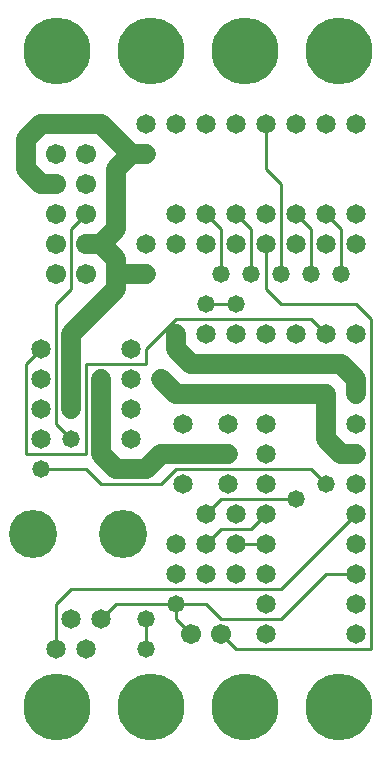
<source format=gbl>
%MOIN*%
%FSLAX25Y25*%
G04 D10 used for Character Trace; *
G04     Circle (OD=.01000) (No hole)*
G04 D11 used for Power Trace; *
G04     Circle (OD=.06500) (No hole)*
G04 D12 used for Signal Trace; *
G04     Circle (OD=.01100) (No hole)*
G04 D13 used for Via; *
G04     Circle (OD=.05800) (Round. Hole ID=.02800)*
G04 D14 used for Component hole; *
G04     Circle (OD=.06500) (Round. Hole ID=.03500)*
G04 D15 used for Component hole; *
G04     Circle (OD=.06700) (Round. Hole ID=.04300)*
G04 D16 used for Component hole; *
G04     Circle (OD=.08100) (Round. Hole ID=.05100)*
G04 D17 used for Component hole; *
G04     Circle (OD=.08900) (Round. Hole ID=.05900)*
G04 D18 used for Component hole; *
G04     Circle (OD=.11300) (Round. Hole ID=.08300)*
G04 D19 used for Component hole; *
G04     Circle (OD=.16000) (Round. Hole ID=.13000)*
G04 D20 used for Component hole; *
G04     Circle (OD=.18300) (Round. Hole ID=.15300)*
G04 D21 used for Component hole; *
G04     Circle (OD=.22291) (Round. Hole ID=.19291)*
%ADD10C,.01000*%
%ADD11C,.06500*%
%ADD12C,.01100*%
%ADD13C,.05800*%
%ADD14C,.06500*%
%ADD15C,.06700*%
%ADD16C,.08100*%
%ADD17C,.08900*%
%ADD18C,.11300*%
%ADD19C,.16000*%
%ADD20C,.18300*%
%ADD21C,.22291*%
%IPPOS*%
%LPD*%
G90*X0Y0D02*D21*X15625Y15625D03*D14*              
X25000Y35000D03*X15000D03*D12*Y50000D01*          
X20000Y55000D01*X90000D01*X115000Y80000D01*D14*   
D03*D13*X105000Y90000D03*D12*X100000Y95000D01*    
X55000D01*X50000Y90000D01*X30000D01*              
X25000Y95000D01*X10000D01*D13*D03*D12*            
X5000Y100000D02*X25000D01*Y130000D01*X45000D01*   
Y135000D01*X55000Y145000D01*X100000D01*           
X105000Y140000D01*D14*D03*D12*X120000Y145000D02*  
X115000Y150000D01*X120000Y35000D02*Y145000D01*    
X75000Y35000D02*X120000D01*X75000D02*             
X70000Y40000D01*D15*D03*D12*Y45000D02*X90000D01*  
X105000Y60000D01*X115000D01*D14*D03*Y70000D03*    
Y50000D03*Y40000D03*D13*X95000Y85000D03*D12*      
X70000D01*X65000Y80000D01*D14*D03*D12*Y70000D02*  
X70000Y75000D01*D14*X65000Y70000D03*D12*          
X70000Y75000D02*X80000D01*X85000Y80000D01*D14*D03*
X72500Y90000D03*X75000Y70000D03*D12*X85000D01*D14*
D03*X75000Y80000D03*Y60000D03*X85000D03*D12*      
X70000Y45000D02*X65000Y50000D01*X55000D01*D13*D03*
D12*Y45000D01*X60000Y40000D01*D15*D03*D12*        
X35000Y50000D02*X55000D01*X30000Y45000D02*        
X35000Y50000D01*D14*X30000Y45000D03*X20000D03*D13*
X45000Y35000D03*D12*Y45000D01*D13*D03*D14*        
X55000Y60000D03*X65000D03*X55000Y70000D03*D21*    
X46875Y15625D03*D19*X37500Y73500D03*D21*          
X78125Y15625D03*D19*X7500Y73500D03*D14*           
X85000Y40000D03*Y50000D03*Y90000D03*X57500D03*D11*
X35000Y95000D02*X45000D01*X35000D02*              
X30000Y100000D01*Y125000D01*D13*D03*D14*          
X40000Y115000D03*Y135000D03*D13*X20000Y115000D03* 
D11*Y140000D01*X35000Y155000D01*Y160000D01*       
X45000D01*D14*D03*X55000Y170000D03*D11*           
X35000Y160000D02*Y165000D01*X30000Y170000D01*     
X25000D01*D15*D03*D12*X20000Y155000D02*Y175000D01*
X15000Y150000D02*X20000Y155000D01*                
X15000Y110000D02*Y150000D01*X20000Y105000D02*     
X15000Y110000D01*D13*X20000Y105000D03*D14*        
X10000Y115000D03*Y105000D03*D12*X5000Y100000D02*  
Y130000D01*X10000Y135000D01*D14*D03*Y125000D03*   
D15*X25000Y160000D03*X15000D03*D14*               
X40000Y105000D03*Y125000D03*X45000Y170000D03*D11* 
X30000D02*X35000Y175000D01*Y195000D01*            
X40000Y200000D01*X45000D01*D14*D03*D11*X40000D02* 
X30000Y210000D01*X10000D01*X5000Y205000D01*       
Y195000D01*X10000Y190000D01*X15000D01*D15*D03*    
X25000Y180000D03*D12*X20000Y175000D01*D15*        
X15000Y180000D03*Y170000D03*X25000Y190000D03*     
Y200000D03*X15000D03*D14*X55000Y140000D03*D11*    
Y135000D01*X60000Y130000D01*X75000D01*D14*D03*D11*
X110000D01*X115000Y125000D01*Y120000D01*D14*D03*  
X105000D03*D11*Y105000D01*X110000Y100000D01*      
X115000D01*D14*D03*Y110000D03*Y90000D03*D11*      
X75000Y120000D02*X105000D01*D14*X75000D03*D11*    
X55000D01*X50000Y125000D01*D13*D03*D14*           
X65000Y140000D03*X57500Y110000D03*                
X72500Y100000D03*D11*X57500D01*D14*D03*D11*       
X50000D01*X45000Y95000D01*D14*X72500Y110000D03*   
X85000Y100000D03*Y110000D03*Y140000D03*X75000D03* 
X95000D03*D12*X90000Y150000D02*X115000D01*D14*    
Y140000D03*D13*X110000Y160000D03*D12*Y175000D01*  
X105000Y180000D01*D14*D03*D12*X100000Y160000D02*  
Y175000D01*D13*Y160000D03*D12*X90000Y150000D02*   
X85000Y155000D01*Y170000D01*D14*D03*D12*          
X80000Y160000D02*Y175000D01*D13*Y160000D03*       
X75000Y150000D03*D12*X65000D01*D13*D03*           
X70000Y160000D03*D12*Y175000D01*X65000Y180000D01* 
D14*D03*X75000Y170000D03*Y180000D03*D12*          
X80000Y175000D01*D14*X85000Y180000D03*D12*        
X90000Y160000D02*Y190000D01*D13*Y160000D03*D14*   
X95000Y170000D03*D12*X100000Y175000D02*           
X95000Y180000D01*D14*D03*X105000Y170000D03*D12*   
X90000Y190000D02*X85000Y195000D01*Y210000D01*D14* 
D03*X95000D03*X75000D03*X105000D03*X65000D03*D21* 
X109375Y234375D03*X78125D03*D14*X115000Y180000D03*
X55000D03*X115000Y210000D03*X55000D03*D21*        
X46875Y234375D03*D14*X65000Y170000D03*            
X45000Y210000D03*X115000Y170000D03*D21*           
X15625Y234375D03*X109375Y15625D03*M02*            

</source>
